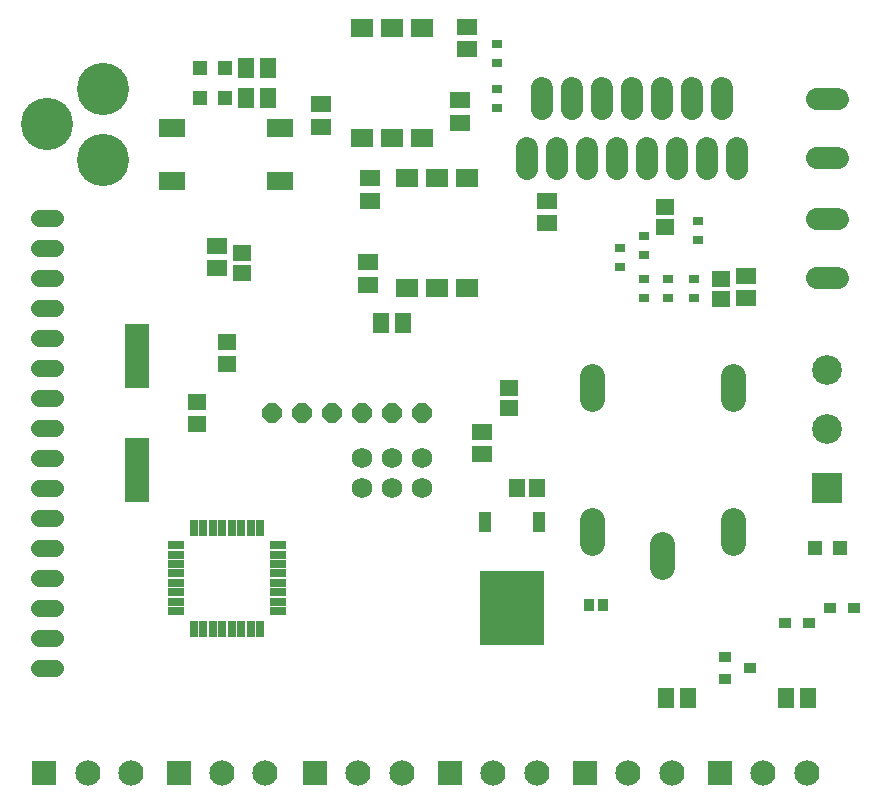
<source format=gts>
G75*
%MOIN*%
%OFA0B0*%
%FSLAX25Y25*%
%IPPOS*%
%LPD*%
%AMOC8*
5,1,8,0,0,1.08239X$1,22.5*
%
%ADD10R,0.06306X0.05518*%
%ADD11R,0.05518X0.06306*%
%ADD12R,0.03550X0.02762*%
%ADD13R,0.04337X0.03550*%
%ADD14OC8,0.06400*%
%ADD15R,0.02600X0.05400*%
%ADD16R,0.05400X0.02600*%
%ADD17C,0.07487*%
%ADD18C,0.06800*%
%ADD19C,0.17400*%
%ADD20R,0.09900X0.09900*%
%ADD21C,0.09900*%
%ADD22R,0.07408X0.06384*%
%ADD23R,0.03943X0.03550*%
%ADD24R,0.05518X0.06699*%
%ADD25R,0.06699X0.05518*%
%ADD26R,0.03746X0.03943*%
%ADD27C,0.07450*%
%ADD28R,0.08000X0.21400*%
%ADD29R,0.08700X0.05900*%
%ADD30C,0.08200*%
%ADD31R,0.05124X0.05124*%
%ADD32R,0.21660X0.24809*%
%ADD33R,0.04337X0.06699*%
%ADD34R,0.08400X0.08400*%
%ADD35C,0.08400*%
%ADD36C,0.05600*%
D10*
X0064167Y0133060D03*
X0064167Y0140540D03*
X0074167Y0153060D03*
X0074167Y0160540D03*
X0079167Y0183454D03*
X0079167Y0190146D03*
X0168167Y0145146D03*
X0168167Y0138454D03*
X0220167Y0198954D03*
X0220167Y0205646D03*
X0238667Y0181646D03*
X0238667Y0174954D03*
D11*
X0177513Y0111800D03*
X0170820Y0111800D03*
D12*
X0213167Y0175150D03*
X0213167Y0181450D03*
X0221167Y0181450D03*
X0221167Y0175150D03*
X0229667Y0175150D03*
X0229667Y0181450D03*
X0231167Y0194650D03*
X0231167Y0200950D03*
X0213167Y0195950D03*
X0213167Y0189650D03*
X0205167Y0191950D03*
X0205167Y0185650D03*
X0164167Y0238650D03*
X0164167Y0244950D03*
X0164167Y0253650D03*
X0164167Y0259950D03*
D13*
X0275230Y0071800D03*
X0268104Y0066800D03*
X0260230Y0066800D03*
X0283104Y0071800D03*
D14*
X0139167Y0136800D03*
X0129167Y0136800D03*
X0119167Y0136800D03*
X0109167Y0136800D03*
X0099167Y0136800D03*
X0089167Y0136800D03*
D15*
X0085190Y0098700D03*
X0082041Y0098700D03*
X0078891Y0098700D03*
X0075741Y0098700D03*
X0072592Y0098700D03*
X0069442Y0098700D03*
X0066293Y0098700D03*
X0063143Y0098700D03*
X0063143Y0064900D03*
X0066293Y0064900D03*
X0069442Y0064900D03*
X0072592Y0064900D03*
X0075741Y0064900D03*
X0078891Y0064900D03*
X0082041Y0064900D03*
X0085190Y0064900D03*
D16*
X0091067Y0070776D03*
X0091067Y0073926D03*
X0091067Y0077076D03*
X0091067Y0080225D03*
X0091067Y0083375D03*
X0091067Y0086524D03*
X0091067Y0089674D03*
X0091067Y0092824D03*
X0057267Y0092824D03*
X0057267Y0089674D03*
X0057267Y0086524D03*
X0057267Y0083375D03*
X0057267Y0080225D03*
X0057267Y0077076D03*
X0057267Y0073926D03*
X0057267Y0070776D03*
D17*
X0174167Y0218257D02*
X0174167Y0225343D01*
X0184167Y0225343D02*
X0184167Y0218257D01*
X0194167Y0218257D02*
X0194167Y0225343D01*
X0204167Y0225343D02*
X0204167Y0218257D01*
X0214167Y0218257D02*
X0214167Y0225343D01*
X0224167Y0225343D02*
X0224167Y0218257D01*
X0234167Y0218257D02*
X0234167Y0225343D01*
X0244167Y0225343D02*
X0244167Y0218257D01*
X0239167Y0238257D02*
X0239167Y0245343D01*
X0229167Y0245343D02*
X0229167Y0238257D01*
X0219167Y0238257D02*
X0219167Y0245343D01*
X0209167Y0245343D02*
X0209167Y0238257D01*
X0199167Y0238257D02*
X0199167Y0245343D01*
X0189167Y0245343D02*
X0189167Y0238257D01*
X0179167Y0238257D02*
X0179167Y0245343D01*
D18*
X0139167Y0121800D03*
X0139167Y0111800D03*
X0129167Y0111800D03*
X0119167Y0111800D03*
X0119167Y0121800D03*
X0129167Y0121800D03*
D19*
X0032667Y0221363D03*
X0014163Y0233174D03*
X0032667Y0244985D03*
D20*
X0274167Y0111800D03*
D21*
X0274167Y0131485D03*
X0274167Y0151170D03*
D22*
X0154167Y0178513D03*
X0144167Y0178513D03*
X0134167Y0178513D03*
X0134167Y0215087D03*
X0144167Y0215087D03*
X0154167Y0215087D03*
X0139167Y0228513D03*
X0129167Y0228513D03*
X0119167Y0228513D03*
X0119167Y0265087D03*
X0129167Y0265087D03*
X0139167Y0265087D03*
D23*
X0240230Y0055540D03*
X0240230Y0048060D03*
X0248497Y0051800D03*
D24*
X0260427Y0041800D03*
X0267907Y0041800D03*
X0227907Y0041800D03*
X0220427Y0041800D03*
X0132907Y0166800D03*
X0125427Y0166800D03*
X0087907Y0241800D03*
X0080427Y0241800D03*
X0080427Y0251800D03*
X0087907Y0251800D03*
D25*
X0105348Y0239753D03*
X0105348Y0232272D03*
X0121667Y0215040D03*
X0121667Y0207560D03*
X0121167Y0187040D03*
X0121167Y0179560D03*
X0070667Y0185060D03*
X0070667Y0192540D03*
X0151667Y0233560D03*
X0151667Y0241040D03*
X0154167Y0258060D03*
X0154167Y0265540D03*
X0180667Y0207540D03*
X0180667Y0200060D03*
X0247167Y0182540D03*
X0247167Y0175060D03*
X0159167Y0130540D03*
X0159167Y0123060D03*
D26*
X0194883Y0072800D03*
X0199450Y0072800D03*
D27*
X0270642Y0181957D02*
X0277692Y0181957D01*
X0277692Y0201643D02*
X0270642Y0201643D01*
X0270642Y0221957D02*
X0277692Y0221957D01*
X0277692Y0241643D02*
X0270642Y0241643D01*
D28*
X0044167Y0155800D03*
X0044167Y0117800D03*
D29*
X0055767Y0214100D03*
X0055767Y0231800D03*
X0091667Y0231800D03*
X0091667Y0214100D03*
D30*
X0195667Y0149200D02*
X0195667Y0141400D01*
X0195667Y0101200D02*
X0195667Y0093400D01*
X0219167Y0093200D02*
X0219167Y0085400D01*
X0242667Y0093400D02*
X0242667Y0101200D01*
X0242667Y0141400D02*
X0242667Y0149200D01*
D31*
X0270033Y0091800D03*
X0278301Y0091800D03*
X0073301Y0241800D03*
X0065033Y0241800D03*
X0065033Y0251800D03*
X0073301Y0251800D03*
D32*
X0169167Y0071957D03*
D33*
X0178143Y0100698D03*
X0160190Y0100698D03*
D34*
X0013167Y0016800D03*
X0057967Y0016800D03*
X0103467Y0016800D03*
X0148467Y0016800D03*
X0193467Y0016800D03*
X0238467Y0016800D03*
D35*
X0252946Y0016800D03*
X0267426Y0016800D03*
X0222426Y0016800D03*
X0207946Y0016800D03*
X0177426Y0016800D03*
X0162946Y0016800D03*
X0132426Y0016800D03*
X0117946Y0016800D03*
X0086926Y0016800D03*
X0072446Y0016800D03*
X0042126Y0016800D03*
X0027646Y0016800D03*
D36*
X0016767Y0051800D02*
X0011567Y0051800D01*
X0011567Y0061800D02*
X0016767Y0061800D01*
X0016767Y0071800D02*
X0011567Y0071800D01*
X0011567Y0081800D02*
X0016767Y0081800D01*
X0016767Y0091800D02*
X0011567Y0091800D01*
X0011567Y0101800D02*
X0016767Y0101800D01*
X0016767Y0111800D02*
X0011567Y0111800D01*
X0011567Y0121800D02*
X0016767Y0121800D01*
X0016767Y0131800D02*
X0011567Y0131800D01*
X0011567Y0141800D02*
X0016767Y0141800D01*
X0016767Y0151800D02*
X0011567Y0151800D01*
X0011567Y0161800D02*
X0016767Y0161800D01*
X0016767Y0171800D02*
X0011567Y0171800D01*
X0011567Y0181800D02*
X0016767Y0181800D01*
X0016767Y0191800D02*
X0011567Y0191800D01*
X0011567Y0201800D02*
X0016767Y0201800D01*
M02*

</source>
